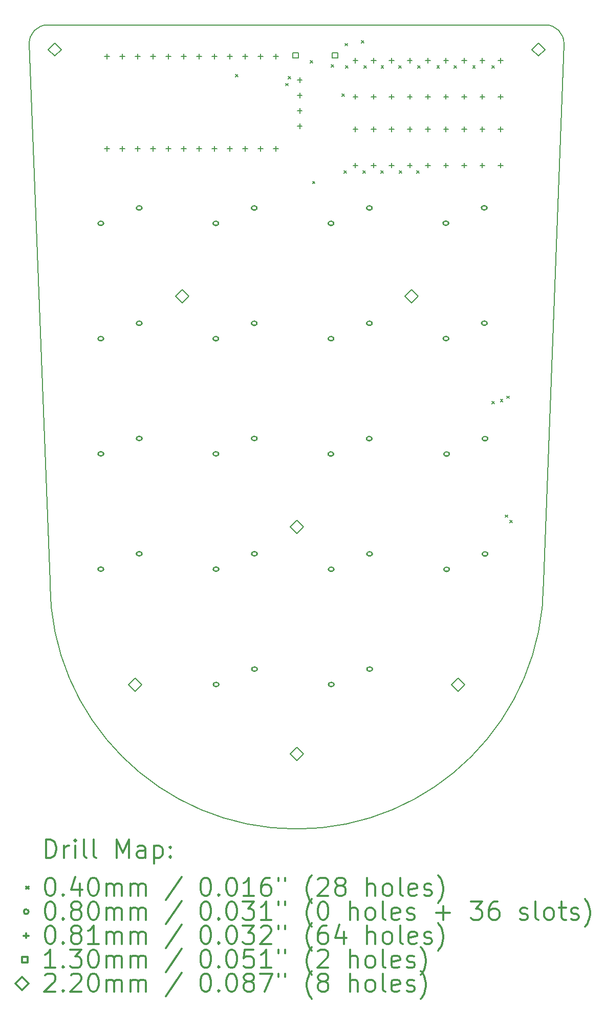
<source format=gbr>
%FSLAX45Y45*%
G04 Gerber Fmt 4.5, Leading zero omitted, Abs format (unit mm)*
G04 Created by KiCad (PCBNEW (5.1.4)-1) date 2022-04-16 10:17:54*
%MOMM*%
%LPD*%
G04 APERTURE LIST*
%ADD10C,0.200000*%
%ADD11C,0.300000*%
G04 APERTURE END LIST*
D10*
X5330000Y-11800000D02*
X4987593Y-2909998D01*
X13530000Y-2599835D02*
G75*
G02X13832500Y-2912500I0J-302665D01*
G01*
X13832500Y-2912500D02*
X13495000Y-11800000D01*
X4987590Y-2909891D02*
G75*
G02X5290000Y-2600000I302410J7391D01*
G01*
X13495000Y-11800000D02*
G75*
G02X5330000Y-11800000I-4082500J0D01*
G01*
X5290000Y-2600000D02*
X13530000Y-2600000D01*
D10*
X8402500Y-3415000D02*
X8442500Y-3455000D01*
X8442500Y-3415000D02*
X8402500Y-3455000D01*
X9229900Y-3565000D02*
X9269900Y-3605000D01*
X9269900Y-3565000D02*
X9229900Y-3605000D01*
X9274901Y-3450003D02*
X9314901Y-3490003D01*
X9314901Y-3450003D02*
X9274901Y-3490003D01*
X9636000Y-3188000D02*
X9676000Y-3228000D01*
X9676000Y-3188000D02*
X9636000Y-3228000D01*
X9674998Y-5182500D02*
X9714998Y-5222500D01*
X9714998Y-5182500D02*
X9674998Y-5222500D01*
X9986000Y-3257000D02*
X10026000Y-3297000D01*
X10026000Y-3257000D02*
X9986000Y-3297000D01*
X10162500Y-3737000D02*
X10202500Y-3777000D01*
X10202500Y-3737000D02*
X10162500Y-3777000D01*
X10197500Y-5007500D02*
X10237500Y-5047500D01*
X10237500Y-5007500D02*
X10197500Y-5047500D01*
X10208765Y-2905000D02*
X10248765Y-2945000D01*
X10248765Y-2905000D02*
X10208765Y-2945000D01*
X10220000Y-3272500D02*
X10260000Y-3312500D01*
X10260000Y-3272500D02*
X10220000Y-3312500D01*
X10480000Y-2859999D02*
X10520000Y-2899999D01*
X10520000Y-2859999D02*
X10480000Y-2899999D01*
X10505000Y-5007500D02*
X10545000Y-5047500D01*
X10545000Y-5007500D02*
X10505000Y-5047500D01*
X10522500Y-3272500D02*
X10562500Y-3312500D01*
X10562500Y-3272500D02*
X10522500Y-3312500D01*
X10802500Y-5007500D02*
X10842500Y-5047500D01*
X10842500Y-5007500D02*
X10802500Y-5047500D01*
X10807500Y-3272500D02*
X10847500Y-3312500D01*
X10847500Y-3272500D02*
X10807500Y-3312500D01*
X11100000Y-3272500D02*
X11140000Y-3312500D01*
X11140000Y-3272500D02*
X11100000Y-3312500D01*
X11107500Y-5007500D02*
X11147500Y-5047500D01*
X11147500Y-5007500D02*
X11107500Y-5047500D01*
X11400000Y-5007500D02*
X11440000Y-5047500D01*
X11440000Y-5007500D02*
X11400000Y-5047500D01*
X11415000Y-3272500D02*
X11455000Y-3312500D01*
X11455000Y-3272500D02*
X11415000Y-3312500D01*
X11732500Y-3272500D02*
X11772500Y-3312500D01*
X11772500Y-3272500D02*
X11732500Y-3312500D01*
X12012500Y-3272500D02*
X12052500Y-3312500D01*
X12052500Y-3272500D02*
X12012500Y-3312500D01*
X12325000Y-3272500D02*
X12365000Y-3312500D01*
X12365000Y-3272500D02*
X12325000Y-3312500D01*
X12640000Y-3272500D02*
X12680000Y-3312500D01*
X12680000Y-3272500D02*
X12640000Y-3312500D01*
X12640074Y-8820002D02*
X12680074Y-8860002D01*
X12680074Y-8820002D02*
X12640074Y-8860002D01*
X12780585Y-8782167D02*
X12820585Y-8822167D01*
X12820585Y-8782167D02*
X12780585Y-8822167D01*
X12859000Y-10695000D02*
X12899000Y-10735000D01*
X12899000Y-10695000D02*
X12859000Y-10735000D01*
X12887501Y-8730000D02*
X12927501Y-8770000D01*
X12927501Y-8730000D02*
X12887501Y-8770000D01*
X12937000Y-10780500D02*
X12977000Y-10820500D01*
X12977000Y-10780500D02*
X12937000Y-10820500D01*
X11931500Y-9688500D02*
G75*
G03X11931500Y-9688500I-40000J0D01*
G01*
X11871500Y-9718500D02*
X11911500Y-9718500D01*
X11871500Y-9658500D02*
X11911500Y-9658500D01*
X11911500Y-9718500D02*
G75*
G03X11911500Y-9658500I0J30000D01*
G01*
X11871500Y-9658500D02*
G75*
G03X11871500Y-9718500I0J-30000D01*
G01*
X12566500Y-9434500D02*
G75*
G03X12566500Y-9434500I-40000J0D01*
G01*
X12506500Y-9464500D02*
X12546500Y-9464500D01*
X12506500Y-9404500D02*
X12546500Y-9404500D01*
X12546500Y-9464500D02*
G75*
G03X12546500Y-9404500I0J30000D01*
G01*
X12506500Y-9404500D02*
G75*
G03X12506500Y-9464500I0J-30000D01*
G01*
X8119000Y-13496000D02*
G75*
G03X8119000Y-13496000I-40000J0D01*
G01*
X8059000Y-13526000D02*
X8099000Y-13526000D01*
X8059000Y-13466000D02*
X8099000Y-13466000D01*
X8099000Y-13526000D02*
G75*
G03X8099000Y-13466000I0J30000D01*
G01*
X8059000Y-13466000D02*
G75*
G03X8059000Y-13526000I0J-30000D01*
G01*
X8754000Y-13242000D02*
G75*
G03X8754000Y-13242000I-40000J0D01*
G01*
X8694000Y-13272000D02*
X8734000Y-13272000D01*
X8694000Y-13212000D02*
X8734000Y-13212000D01*
X8734000Y-13272000D02*
G75*
G03X8734000Y-13212000I0J30000D01*
G01*
X8694000Y-13212000D02*
G75*
G03X8694000Y-13272000I0J-30000D01*
G01*
X11921500Y-7781000D02*
G75*
G03X11921500Y-7781000I-40000J0D01*
G01*
X11861500Y-7811000D02*
X11901500Y-7811000D01*
X11861500Y-7751000D02*
X11901500Y-7751000D01*
X11901500Y-7811000D02*
G75*
G03X11901500Y-7751000I0J30000D01*
G01*
X11861500Y-7751000D02*
G75*
G03X11861500Y-7811000I0J-30000D01*
G01*
X12556500Y-7527000D02*
G75*
G03X12556500Y-7527000I-40000J0D01*
G01*
X12496500Y-7557000D02*
X12536500Y-7557000D01*
X12496500Y-7497000D02*
X12536500Y-7497000D01*
X12536500Y-7557000D02*
G75*
G03X12536500Y-7497000I0J30000D01*
G01*
X12496500Y-7497000D02*
G75*
G03X12496500Y-7557000I0J-30000D01*
G01*
X8114000Y-5878500D02*
G75*
G03X8114000Y-5878500I-40000J0D01*
G01*
X8054000Y-5908500D02*
X8094000Y-5908500D01*
X8054000Y-5848500D02*
X8094000Y-5848500D01*
X8094000Y-5908500D02*
G75*
G03X8094000Y-5848500I0J30000D01*
G01*
X8054000Y-5848500D02*
G75*
G03X8054000Y-5908500I0J-30000D01*
G01*
X8749000Y-5624500D02*
G75*
G03X8749000Y-5624500I-40000J0D01*
G01*
X8689000Y-5654500D02*
X8729000Y-5654500D01*
X8689000Y-5594500D02*
X8729000Y-5594500D01*
X8729000Y-5654500D02*
G75*
G03X8729000Y-5594500I0J30000D01*
G01*
X8689000Y-5594500D02*
G75*
G03X8689000Y-5654500I0J-30000D01*
G01*
X8115000Y-9686000D02*
G75*
G03X8115000Y-9686000I-40000J0D01*
G01*
X8055000Y-9716000D02*
X8095000Y-9716000D01*
X8055000Y-9656000D02*
X8095000Y-9656000D01*
X8095000Y-9716000D02*
G75*
G03X8095000Y-9656000I0J30000D01*
G01*
X8055000Y-9656000D02*
G75*
G03X8055000Y-9716000I0J-30000D01*
G01*
X8750000Y-9432000D02*
G75*
G03X8750000Y-9432000I-40000J0D01*
G01*
X8690000Y-9462000D02*
X8730000Y-9462000D01*
X8690000Y-9402000D02*
X8730000Y-9402000D01*
X8730000Y-9462000D02*
G75*
G03X8730000Y-9402000I0J30000D01*
G01*
X8690000Y-9402000D02*
G75*
G03X8690000Y-9462000I0J-30000D01*
G01*
X11931500Y-11593500D02*
G75*
G03X11931500Y-11593500I-40000J0D01*
G01*
X11871500Y-11623500D02*
X11911500Y-11623500D01*
X11871500Y-11563500D02*
X11911500Y-11563500D01*
X11911500Y-11623500D02*
G75*
G03X11911500Y-11563500I0J30000D01*
G01*
X11871500Y-11563500D02*
G75*
G03X11871500Y-11623500I0J-30000D01*
G01*
X12566500Y-11339500D02*
G75*
G03X12566500Y-11339500I-40000J0D01*
G01*
X12506500Y-11369500D02*
X12546500Y-11369500D01*
X12506500Y-11309500D02*
X12546500Y-11309500D01*
X12546500Y-11369500D02*
G75*
G03X12546500Y-11309500I0J30000D01*
G01*
X12506500Y-11309500D02*
G75*
G03X12506500Y-11369500I0J-30000D01*
G01*
X10024000Y-13496000D02*
G75*
G03X10024000Y-13496000I-40000J0D01*
G01*
X9964000Y-13526000D02*
X10004000Y-13526000D01*
X9964000Y-13466000D02*
X10004000Y-13466000D01*
X10004000Y-13526000D02*
G75*
G03X10004000Y-13466000I0J30000D01*
G01*
X9964000Y-13466000D02*
G75*
G03X9964000Y-13526000I0J-30000D01*
G01*
X10659000Y-13242000D02*
G75*
G03X10659000Y-13242000I-40000J0D01*
G01*
X10599000Y-13272000D02*
X10639000Y-13272000D01*
X10599000Y-13212000D02*
X10639000Y-13212000D01*
X10639000Y-13272000D02*
G75*
G03X10639000Y-13212000I0J30000D01*
G01*
X10599000Y-13212000D02*
G75*
G03X10599000Y-13272000I0J-30000D01*
G01*
X6211500Y-7783000D02*
G75*
G03X6211500Y-7783000I-40000J0D01*
G01*
X6151500Y-7813000D02*
X6191500Y-7813000D01*
X6151500Y-7753000D02*
X6191500Y-7753000D01*
X6191500Y-7813000D02*
G75*
G03X6191500Y-7753000I0J30000D01*
G01*
X6151500Y-7753000D02*
G75*
G03X6151500Y-7813000I0J-30000D01*
G01*
X6846500Y-7529000D02*
G75*
G03X6846500Y-7529000I-40000J0D01*
G01*
X6786500Y-7559000D02*
X6826500Y-7559000D01*
X6786500Y-7499000D02*
X6826500Y-7499000D01*
X6826500Y-7559000D02*
G75*
G03X6826500Y-7499000I0J30000D01*
G01*
X6786500Y-7499000D02*
G75*
G03X6786500Y-7559000I0J-30000D01*
G01*
X10022000Y-11593000D02*
G75*
G03X10022000Y-11593000I-40000J0D01*
G01*
X9962000Y-11623000D02*
X10002000Y-11623000D01*
X9962000Y-11563000D02*
X10002000Y-11563000D01*
X10002000Y-11623000D02*
G75*
G03X10002000Y-11563000I0J30000D01*
G01*
X9962000Y-11563000D02*
G75*
G03X9962000Y-11623000I0J-30000D01*
G01*
X10657000Y-11339000D02*
G75*
G03X10657000Y-11339000I-40000J0D01*
G01*
X10597000Y-11369000D02*
X10637000Y-11369000D01*
X10597000Y-11309000D02*
X10637000Y-11309000D01*
X10637000Y-11369000D02*
G75*
G03X10637000Y-11309000I0J30000D01*
G01*
X10597000Y-11309000D02*
G75*
G03X10597000Y-11369000I0J-30000D01*
G01*
X10019000Y-5878500D02*
G75*
G03X10019000Y-5878500I-40000J0D01*
G01*
X9959000Y-5908500D02*
X9999000Y-5908500D01*
X9959000Y-5848500D02*
X9999000Y-5848500D01*
X9999000Y-5908500D02*
G75*
G03X9999000Y-5848500I0J30000D01*
G01*
X9959000Y-5848500D02*
G75*
G03X9959000Y-5908500I0J-30000D01*
G01*
X10654000Y-5624500D02*
G75*
G03X10654000Y-5624500I-40000J0D01*
G01*
X10594000Y-5654500D02*
X10634000Y-5654500D01*
X10594000Y-5594500D02*
X10634000Y-5594500D01*
X10634000Y-5654500D02*
G75*
G03X10634000Y-5594500I0J30000D01*
G01*
X10594000Y-5594500D02*
G75*
G03X10594000Y-5654500I0J-30000D01*
G01*
X6212000Y-9686000D02*
G75*
G03X6212000Y-9686000I-40000J0D01*
G01*
X6152000Y-9716000D02*
X6192000Y-9716000D01*
X6152000Y-9656000D02*
X6192000Y-9656000D01*
X6192000Y-9716000D02*
G75*
G03X6192000Y-9656000I0J30000D01*
G01*
X6152000Y-9656000D02*
G75*
G03X6152000Y-9716000I0J-30000D01*
G01*
X6847000Y-9432000D02*
G75*
G03X6847000Y-9432000I-40000J0D01*
G01*
X6787000Y-9462000D02*
X6827000Y-9462000D01*
X6787000Y-9402000D02*
X6827000Y-9402000D01*
X6827000Y-9462000D02*
G75*
G03X6827000Y-9402000I0J30000D01*
G01*
X6787000Y-9402000D02*
G75*
G03X6787000Y-9462000I0J-30000D01*
G01*
X8117000Y-11591000D02*
G75*
G03X8117000Y-11591000I-40000J0D01*
G01*
X8057000Y-11621000D02*
X8097000Y-11621000D01*
X8057000Y-11561000D02*
X8097000Y-11561000D01*
X8097000Y-11621000D02*
G75*
G03X8097000Y-11561000I0J30000D01*
G01*
X8057000Y-11561000D02*
G75*
G03X8057000Y-11621000I0J-30000D01*
G01*
X8752000Y-11337000D02*
G75*
G03X8752000Y-11337000I-40000J0D01*
G01*
X8692000Y-11367000D02*
X8732000Y-11367000D01*
X8692000Y-11307000D02*
X8732000Y-11307000D01*
X8732000Y-11367000D02*
G75*
G03X8732000Y-11307000I0J30000D01*
G01*
X8692000Y-11307000D02*
G75*
G03X8692000Y-11367000I0J-30000D01*
G01*
X10019000Y-7782900D02*
G75*
G03X10019000Y-7782900I-40000J0D01*
G01*
X9959000Y-7812900D02*
X9999000Y-7812900D01*
X9959000Y-7752900D02*
X9999000Y-7752900D01*
X9999000Y-7812900D02*
G75*
G03X9999000Y-7752900I0J30000D01*
G01*
X9959000Y-7752900D02*
G75*
G03X9959000Y-7812900I0J-30000D01*
G01*
X10654000Y-7528900D02*
G75*
G03X10654000Y-7528900I-40000J0D01*
G01*
X10594000Y-7558900D02*
X10634000Y-7558900D01*
X10594000Y-7498900D02*
X10634000Y-7498900D01*
X10634000Y-7558900D02*
G75*
G03X10634000Y-7498900I0J30000D01*
G01*
X10594000Y-7498900D02*
G75*
G03X10594000Y-7558900I0J-30000D01*
G01*
X6211500Y-5878500D02*
G75*
G03X6211500Y-5878500I-40000J0D01*
G01*
X6151500Y-5908500D02*
X6191500Y-5908500D01*
X6151500Y-5848500D02*
X6191500Y-5848500D01*
X6191500Y-5908500D02*
G75*
G03X6191500Y-5848500I0J30000D01*
G01*
X6151500Y-5848500D02*
G75*
G03X6151500Y-5908500I0J-30000D01*
G01*
X6846500Y-5624500D02*
G75*
G03X6846500Y-5624500I-40000J0D01*
G01*
X6786500Y-5654500D02*
X6826500Y-5654500D01*
X6786500Y-5594500D02*
X6826500Y-5594500D01*
X6826500Y-5654500D02*
G75*
G03X6826500Y-5594500I0J30000D01*
G01*
X6786500Y-5594500D02*
G75*
G03X6786500Y-5654500I0J-30000D01*
G01*
X10016500Y-9688500D02*
G75*
G03X10016500Y-9688500I-40000J0D01*
G01*
X9956500Y-9718500D02*
X9996500Y-9718500D01*
X9956500Y-9658500D02*
X9996500Y-9658500D01*
X9996500Y-9718500D02*
G75*
G03X9996500Y-9658500I0J30000D01*
G01*
X9956500Y-9658500D02*
G75*
G03X9956500Y-9718500I0J-30000D01*
G01*
X10651500Y-9434500D02*
G75*
G03X10651500Y-9434500I-40000J0D01*
G01*
X10591500Y-9464500D02*
X10631500Y-9464500D01*
X10591500Y-9404500D02*
X10631500Y-9404500D01*
X10631500Y-9464500D02*
G75*
G03X10631500Y-9404500I0J30000D01*
G01*
X10591500Y-9404500D02*
G75*
G03X10591500Y-9464500I0J-30000D01*
G01*
X6211500Y-11591000D02*
G75*
G03X6211500Y-11591000I-40000J0D01*
G01*
X6151500Y-11621000D02*
X6191500Y-11621000D01*
X6151500Y-11561000D02*
X6191500Y-11561000D01*
X6191500Y-11621000D02*
G75*
G03X6191500Y-11561000I0J30000D01*
G01*
X6151500Y-11561000D02*
G75*
G03X6151500Y-11621000I0J-30000D01*
G01*
X6846500Y-11337000D02*
G75*
G03X6846500Y-11337000I-40000J0D01*
G01*
X6786500Y-11367000D02*
X6826500Y-11367000D01*
X6786500Y-11307000D02*
X6826500Y-11307000D01*
X6826500Y-11367000D02*
G75*
G03X6826500Y-11307000I0J30000D01*
G01*
X6786500Y-11307000D02*
G75*
G03X6786500Y-11367000I0J-30000D01*
G01*
X8114000Y-7783000D02*
G75*
G03X8114000Y-7783000I-40000J0D01*
G01*
X8054000Y-7813000D02*
X8094000Y-7813000D01*
X8054000Y-7753000D02*
X8094000Y-7753000D01*
X8094000Y-7813000D02*
G75*
G03X8094000Y-7753000I0J30000D01*
G01*
X8054000Y-7753000D02*
G75*
G03X8054000Y-7813000I0J-30000D01*
G01*
X8749000Y-7529000D02*
G75*
G03X8749000Y-7529000I-40000J0D01*
G01*
X8689000Y-7559000D02*
X8729000Y-7559000D01*
X8689000Y-7499000D02*
X8729000Y-7499000D01*
X8729000Y-7559000D02*
G75*
G03X8729000Y-7499000I0J30000D01*
G01*
X8689000Y-7499000D02*
G75*
G03X8689000Y-7559000I0J-30000D01*
G01*
X11919000Y-5874000D02*
G75*
G03X11919000Y-5874000I-40000J0D01*
G01*
X11859000Y-5904000D02*
X11899000Y-5904000D01*
X11859000Y-5844000D02*
X11899000Y-5844000D01*
X11899000Y-5904000D02*
G75*
G03X11899000Y-5844000I0J30000D01*
G01*
X11859000Y-5844000D02*
G75*
G03X11859000Y-5904000I0J-30000D01*
G01*
X12554000Y-5620000D02*
G75*
G03X12554000Y-5620000I-40000J0D01*
G01*
X12494000Y-5650000D02*
X12534000Y-5650000D01*
X12494000Y-5590000D02*
X12534000Y-5590000D01*
X12534000Y-5650000D02*
G75*
G03X12534000Y-5590000I0J30000D01*
G01*
X12494000Y-5590000D02*
G75*
G03X12494000Y-5650000I0J-30000D01*
G01*
X11582500Y-4279360D02*
X11582500Y-4360640D01*
X11541860Y-4320000D02*
X11623140Y-4320000D01*
X11582500Y-4879360D02*
X11582500Y-4960640D01*
X11541860Y-4920000D02*
X11623140Y-4920000D01*
X12482500Y-4279360D02*
X12482500Y-4360640D01*
X12441860Y-4320000D02*
X12523140Y-4320000D01*
X12482500Y-4879360D02*
X12482500Y-4960640D01*
X12441860Y-4920000D02*
X12523140Y-4920000D01*
X10382500Y-4279360D02*
X10382500Y-4360640D01*
X10341860Y-4320000D02*
X10423140Y-4320000D01*
X10382500Y-4879360D02*
X10382500Y-4960640D01*
X10341860Y-4920000D02*
X10423140Y-4920000D01*
X12182500Y-4279360D02*
X12182500Y-4360640D01*
X12141860Y-4320000D02*
X12223140Y-4320000D01*
X12182500Y-4879360D02*
X12182500Y-4960640D01*
X12141860Y-4920000D02*
X12223140Y-4920000D01*
X11882500Y-3144360D02*
X11882500Y-3225640D01*
X11841860Y-3185000D02*
X11923140Y-3185000D01*
X11882500Y-3744360D02*
X11882500Y-3825640D01*
X11841860Y-3785000D02*
X11923140Y-3785000D01*
X10982500Y-3144360D02*
X10982500Y-3225640D01*
X10941860Y-3185000D02*
X11023140Y-3185000D01*
X10982500Y-3744360D02*
X10982500Y-3825640D01*
X10941860Y-3785000D02*
X11023140Y-3785000D01*
X12182500Y-3144360D02*
X12182500Y-3225640D01*
X12141860Y-3185000D02*
X12223140Y-3185000D01*
X12182500Y-3744360D02*
X12182500Y-3825640D01*
X12141860Y-3785000D02*
X12223140Y-3785000D01*
X12782500Y-3144360D02*
X12782500Y-3225640D01*
X12741860Y-3185000D02*
X12823140Y-3185000D01*
X12782500Y-3744360D02*
X12782500Y-3825640D01*
X12741860Y-3785000D02*
X12823140Y-3785000D01*
X10382500Y-3144360D02*
X10382500Y-3225640D01*
X10341860Y-3185000D02*
X10423140Y-3185000D01*
X10382500Y-3744360D02*
X10382500Y-3825640D01*
X10341860Y-3785000D02*
X10423140Y-3785000D01*
X10982500Y-4279360D02*
X10982500Y-4360640D01*
X10941860Y-4320000D02*
X11023140Y-4320000D01*
X10982500Y-4879360D02*
X10982500Y-4960640D01*
X10941860Y-4920000D02*
X11023140Y-4920000D01*
X9462500Y-3467360D02*
X9462500Y-3548640D01*
X9421860Y-3508000D02*
X9503140Y-3508000D01*
X9462500Y-3721360D02*
X9462500Y-3802640D01*
X9421860Y-3762000D02*
X9503140Y-3762000D01*
X9462500Y-3975360D02*
X9462500Y-4056640D01*
X9421860Y-4016000D02*
X9503140Y-4016000D01*
X9462500Y-4229360D02*
X9462500Y-4310640D01*
X9421860Y-4270000D02*
X9503140Y-4270000D01*
X11282500Y-3144360D02*
X11282500Y-3225640D01*
X11241860Y-3185000D02*
X11323140Y-3185000D01*
X11282500Y-3744360D02*
X11282500Y-3825640D01*
X11241860Y-3785000D02*
X11323140Y-3785000D01*
X10682500Y-3144360D02*
X10682500Y-3225640D01*
X10641860Y-3185000D02*
X10723140Y-3185000D01*
X10682500Y-3744360D02*
X10682500Y-3825640D01*
X10641860Y-3785000D02*
X10723140Y-3785000D01*
X11882500Y-4279360D02*
X11882500Y-4360640D01*
X11841860Y-4320000D02*
X11923140Y-4320000D01*
X11882500Y-4879360D02*
X11882500Y-4960640D01*
X11841860Y-4920000D02*
X11923140Y-4920000D01*
X6274700Y-3080720D02*
X6274700Y-3162000D01*
X6234060Y-3121360D02*
X6315340Y-3121360D01*
X6274700Y-4602720D02*
X6274700Y-4684000D01*
X6234060Y-4643360D02*
X6315340Y-4643360D01*
X6528700Y-3080720D02*
X6528700Y-3162000D01*
X6488060Y-3121360D02*
X6569340Y-3121360D01*
X6528700Y-4602720D02*
X6528700Y-4684000D01*
X6488060Y-4643360D02*
X6569340Y-4643360D01*
X6782700Y-3080720D02*
X6782700Y-3162000D01*
X6742060Y-3121360D02*
X6823340Y-3121360D01*
X6782700Y-4602720D02*
X6782700Y-4684000D01*
X6742060Y-4643360D02*
X6823340Y-4643360D01*
X7036700Y-3080720D02*
X7036700Y-3162000D01*
X6996060Y-3121360D02*
X7077340Y-3121360D01*
X7036700Y-4602720D02*
X7036700Y-4684000D01*
X6996060Y-4643360D02*
X7077340Y-4643360D01*
X7290700Y-3080720D02*
X7290700Y-3162000D01*
X7250060Y-3121360D02*
X7331340Y-3121360D01*
X7290700Y-4602720D02*
X7290700Y-4684000D01*
X7250060Y-4643360D02*
X7331340Y-4643360D01*
X7544700Y-3080720D02*
X7544700Y-3162000D01*
X7504060Y-3121360D02*
X7585340Y-3121360D01*
X7544700Y-4602720D02*
X7544700Y-4684000D01*
X7504060Y-4643360D02*
X7585340Y-4643360D01*
X7798700Y-3080720D02*
X7798700Y-3162000D01*
X7758060Y-3121360D02*
X7839340Y-3121360D01*
X7798700Y-4602720D02*
X7798700Y-4684000D01*
X7758060Y-4643360D02*
X7839340Y-4643360D01*
X8052700Y-3080720D02*
X8052700Y-3162000D01*
X8012060Y-3121360D02*
X8093340Y-3121360D01*
X8052700Y-4602720D02*
X8052700Y-4684000D01*
X8012060Y-4643360D02*
X8093340Y-4643360D01*
X8306700Y-3080720D02*
X8306700Y-3162000D01*
X8266060Y-3121360D02*
X8347340Y-3121360D01*
X8306700Y-4602720D02*
X8306700Y-4684000D01*
X8266060Y-4643360D02*
X8347340Y-4643360D01*
X8560700Y-3080720D02*
X8560700Y-3162000D01*
X8520060Y-3121360D02*
X8601340Y-3121360D01*
X8560700Y-4602720D02*
X8560700Y-4684000D01*
X8520060Y-4643360D02*
X8601340Y-4643360D01*
X8814700Y-3080720D02*
X8814700Y-3162000D01*
X8774060Y-3121360D02*
X8855340Y-3121360D01*
X8814700Y-4602720D02*
X8814700Y-4684000D01*
X8774060Y-4643360D02*
X8855340Y-4643360D01*
X9068700Y-3080720D02*
X9068700Y-3162000D01*
X9028060Y-3121360D02*
X9109340Y-3121360D01*
X9068700Y-4602720D02*
X9068700Y-4684000D01*
X9028060Y-4643360D02*
X9109340Y-4643360D01*
X11282500Y-4279360D02*
X11282500Y-4360640D01*
X11241860Y-4320000D02*
X11323140Y-4320000D01*
X11282500Y-4879360D02*
X11282500Y-4960640D01*
X11241860Y-4920000D02*
X11323140Y-4920000D01*
X10682500Y-4279360D02*
X10682500Y-4360640D01*
X10641860Y-4320000D02*
X10723140Y-4320000D01*
X10682500Y-4879360D02*
X10682500Y-4960640D01*
X10641860Y-4920000D02*
X10723140Y-4920000D01*
X12782500Y-4279360D02*
X12782500Y-4360640D01*
X12741860Y-4320000D02*
X12823140Y-4320000D01*
X12782500Y-4879360D02*
X12782500Y-4960640D01*
X12741860Y-4920000D02*
X12823140Y-4920000D01*
X11582500Y-3144360D02*
X11582500Y-3225640D01*
X11541860Y-3185000D02*
X11623140Y-3185000D01*
X11582500Y-3744360D02*
X11582500Y-3825640D01*
X11541860Y-3785000D02*
X11623140Y-3785000D01*
X12482500Y-3144360D02*
X12482500Y-3225640D01*
X12441860Y-3185000D02*
X12523140Y-3185000D01*
X12482500Y-3744360D02*
X12482500Y-3825640D01*
X12441860Y-3785000D02*
X12523140Y-3785000D01*
X9439962Y-3147962D02*
X9439962Y-3056038D01*
X9348038Y-3056038D01*
X9348038Y-3147962D01*
X9439962Y-3147962D01*
X10089962Y-3147962D02*
X10089962Y-3056038D01*
X9998038Y-3056038D01*
X9998038Y-3147962D01*
X10089962Y-3147962D01*
X5406000Y-3115000D02*
X5516000Y-3005000D01*
X5406000Y-2895000D01*
X5296000Y-3005000D01*
X5406000Y-3115000D01*
X9413000Y-14749000D02*
X9523000Y-14639000D01*
X9413000Y-14529000D01*
X9303000Y-14639000D01*
X9413000Y-14749000D01*
X13414000Y-3115000D02*
X13524000Y-3005000D01*
X13414000Y-2895000D01*
X13304000Y-3005000D01*
X13414000Y-3115000D01*
X12085000Y-13610000D02*
X12195000Y-13500000D01*
X12085000Y-13390000D01*
X11975000Y-13500000D01*
X12085000Y-13610000D01*
X6741000Y-13610000D02*
X6851000Y-13500000D01*
X6741000Y-13390000D01*
X6631000Y-13500000D01*
X6741000Y-13610000D01*
X11308000Y-7193000D02*
X11418000Y-7083000D01*
X11308000Y-6973000D01*
X11198000Y-7083000D01*
X11308000Y-7193000D01*
X9413000Y-11005000D02*
X9523000Y-10895000D01*
X9413000Y-10785000D01*
X9303000Y-10895000D01*
X9413000Y-11005000D01*
X7514000Y-7194000D02*
X7624000Y-7084000D01*
X7514000Y-6974000D01*
X7404000Y-7084000D01*
X7514000Y-7194000D01*
D11*
X5263928Y-16358214D02*
X5263928Y-16058214D01*
X5335357Y-16058214D01*
X5378214Y-16072500D01*
X5406786Y-16101071D01*
X5421071Y-16129643D01*
X5435357Y-16186786D01*
X5435357Y-16229643D01*
X5421071Y-16286786D01*
X5406786Y-16315357D01*
X5378214Y-16343929D01*
X5335357Y-16358214D01*
X5263928Y-16358214D01*
X5563928Y-16358214D02*
X5563928Y-16158214D01*
X5563928Y-16215357D02*
X5578214Y-16186786D01*
X5592500Y-16172500D01*
X5621071Y-16158214D01*
X5649643Y-16158214D01*
X5749643Y-16358214D02*
X5749643Y-16158214D01*
X5749643Y-16058214D02*
X5735357Y-16072500D01*
X5749643Y-16086786D01*
X5763928Y-16072500D01*
X5749643Y-16058214D01*
X5749643Y-16086786D01*
X5935357Y-16358214D02*
X5906786Y-16343929D01*
X5892500Y-16315357D01*
X5892500Y-16058214D01*
X6092500Y-16358214D02*
X6063928Y-16343929D01*
X6049643Y-16315357D01*
X6049643Y-16058214D01*
X6435357Y-16358214D02*
X6435357Y-16058214D01*
X6535357Y-16272500D01*
X6635357Y-16058214D01*
X6635357Y-16358214D01*
X6906786Y-16358214D02*
X6906786Y-16201071D01*
X6892500Y-16172500D01*
X6863928Y-16158214D01*
X6806786Y-16158214D01*
X6778214Y-16172500D01*
X6906786Y-16343929D02*
X6878214Y-16358214D01*
X6806786Y-16358214D01*
X6778214Y-16343929D01*
X6763928Y-16315357D01*
X6763928Y-16286786D01*
X6778214Y-16258214D01*
X6806786Y-16243929D01*
X6878214Y-16243929D01*
X6906786Y-16229643D01*
X7049643Y-16158214D02*
X7049643Y-16458214D01*
X7049643Y-16172500D02*
X7078214Y-16158214D01*
X7135357Y-16158214D01*
X7163928Y-16172500D01*
X7178214Y-16186786D01*
X7192500Y-16215357D01*
X7192500Y-16301071D01*
X7178214Y-16329643D01*
X7163928Y-16343929D01*
X7135357Y-16358214D01*
X7078214Y-16358214D01*
X7049643Y-16343929D01*
X7321071Y-16329643D02*
X7335357Y-16343929D01*
X7321071Y-16358214D01*
X7306786Y-16343929D01*
X7321071Y-16329643D01*
X7321071Y-16358214D01*
X7321071Y-16172500D02*
X7335357Y-16186786D01*
X7321071Y-16201071D01*
X7306786Y-16186786D01*
X7321071Y-16172500D01*
X7321071Y-16201071D01*
X4937500Y-16832500D02*
X4977500Y-16872500D01*
X4977500Y-16832500D02*
X4937500Y-16872500D01*
X5321071Y-16688214D02*
X5349643Y-16688214D01*
X5378214Y-16702500D01*
X5392500Y-16716786D01*
X5406786Y-16745357D01*
X5421071Y-16802500D01*
X5421071Y-16873929D01*
X5406786Y-16931072D01*
X5392500Y-16959643D01*
X5378214Y-16973929D01*
X5349643Y-16988214D01*
X5321071Y-16988214D01*
X5292500Y-16973929D01*
X5278214Y-16959643D01*
X5263928Y-16931072D01*
X5249643Y-16873929D01*
X5249643Y-16802500D01*
X5263928Y-16745357D01*
X5278214Y-16716786D01*
X5292500Y-16702500D01*
X5321071Y-16688214D01*
X5549643Y-16959643D02*
X5563928Y-16973929D01*
X5549643Y-16988214D01*
X5535357Y-16973929D01*
X5549643Y-16959643D01*
X5549643Y-16988214D01*
X5821071Y-16788214D02*
X5821071Y-16988214D01*
X5749643Y-16673929D02*
X5678214Y-16888214D01*
X5863928Y-16888214D01*
X6035357Y-16688214D02*
X6063928Y-16688214D01*
X6092500Y-16702500D01*
X6106786Y-16716786D01*
X6121071Y-16745357D01*
X6135357Y-16802500D01*
X6135357Y-16873929D01*
X6121071Y-16931072D01*
X6106786Y-16959643D01*
X6092500Y-16973929D01*
X6063928Y-16988214D01*
X6035357Y-16988214D01*
X6006786Y-16973929D01*
X5992500Y-16959643D01*
X5978214Y-16931072D01*
X5963928Y-16873929D01*
X5963928Y-16802500D01*
X5978214Y-16745357D01*
X5992500Y-16716786D01*
X6006786Y-16702500D01*
X6035357Y-16688214D01*
X6263928Y-16988214D02*
X6263928Y-16788214D01*
X6263928Y-16816786D02*
X6278214Y-16802500D01*
X6306786Y-16788214D01*
X6349643Y-16788214D01*
X6378214Y-16802500D01*
X6392500Y-16831072D01*
X6392500Y-16988214D01*
X6392500Y-16831072D02*
X6406786Y-16802500D01*
X6435357Y-16788214D01*
X6478214Y-16788214D01*
X6506786Y-16802500D01*
X6521071Y-16831072D01*
X6521071Y-16988214D01*
X6663928Y-16988214D02*
X6663928Y-16788214D01*
X6663928Y-16816786D02*
X6678214Y-16802500D01*
X6706786Y-16788214D01*
X6749643Y-16788214D01*
X6778214Y-16802500D01*
X6792500Y-16831072D01*
X6792500Y-16988214D01*
X6792500Y-16831072D02*
X6806786Y-16802500D01*
X6835357Y-16788214D01*
X6878214Y-16788214D01*
X6906786Y-16802500D01*
X6921071Y-16831072D01*
X6921071Y-16988214D01*
X7506786Y-16673929D02*
X7249643Y-17059643D01*
X7892500Y-16688214D02*
X7921071Y-16688214D01*
X7949643Y-16702500D01*
X7963928Y-16716786D01*
X7978214Y-16745357D01*
X7992500Y-16802500D01*
X7992500Y-16873929D01*
X7978214Y-16931072D01*
X7963928Y-16959643D01*
X7949643Y-16973929D01*
X7921071Y-16988214D01*
X7892500Y-16988214D01*
X7863928Y-16973929D01*
X7849643Y-16959643D01*
X7835357Y-16931072D01*
X7821071Y-16873929D01*
X7821071Y-16802500D01*
X7835357Y-16745357D01*
X7849643Y-16716786D01*
X7863928Y-16702500D01*
X7892500Y-16688214D01*
X8121071Y-16959643D02*
X8135357Y-16973929D01*
X8121071Y-16988214D01*
X8106786Y-16973929D01*
X8121071Y-16959643D01*
X8121071Y-16988214D01*
X8321071Y-16688214D02*
X8349643Y-16688214D01*
X8378214Y-16702500D01*
X8392500Y-16716786D01*
X8406786Y-16745357D01*
X8421071Y-16802500D01*
X8421071Y-16873929D01*
X8406786Y-16931072D01*
X8392500Y-16959643D01*
X8378214Y-16973929D01*
X8349643Y-16988214D01*
X8321071Y-16988214D01*
X8292500Y-16973929D01*
X8278214Y-16959643D01*
X8263928Y-16931072D01*
X8249643Y-16873929D01*
X8249643Y-16802500D01*
X8263928Y-16745357D01*
X8278214Y-16716786D01*
X8292500Y-16702500D01*
X8321071Y-16688214D01*
X8706786Y-16988214D02*
X8535357Y-16988214D01*
X8621071Y-16988214D02*
X8621071Y-16688214D01*
X8592500Y-16731071D01*
X8563928Y-16759643D01*
X8535357Y-16773929D01*
X8963928Y-16688214D02*
X8906786Y-16688214D01*
X8878214Y-16702500D01*
X8863928Y-16716786D01*
X8835357Y-16759643D01*
X8821071Y-16816786D01*
X8821071Y-16931072D01*
X8835357Y-16959643D01*
X8849643Y-16973929D01*
X8878214Y-16988214D01*
X8935357Y-16988214D01*
X8963928Y-16973929D01*
X8978214Y-16959643D01*
X8992500Y-16931072D01*
X8992500Y-16859643D01*
X8978214Y-16831072D01*
X8963928Y-16816786D01*
X8935357Y-16802500D01*
X8878214Y-16802500D01*
X8849643Y-16816786D01*
X8835357Y-16831072D01*
X8821071Y-16859643D01*
X9106786Y-16688214D02*
X9106786Y-16745357D01*
X9221071Y-16688214D02*
X9221071Y-16745357D01*
X9663928Y-17102500D02*
X9649643Y-17088214D01*
X9621071Y-17045357D01*
X9606786Y-17016786D01*
X9592500Y-16973929D01*
X9578214Y-16902500D01*
X9578214Y-16845357D01*
X9592500Y-16773929D01*
X9606786Y-16731071D01*
X9621071Y-16702500D01*
X9649643Y-16659643D01*
X9663928Y-16645357D01*
X9763928Y-16716786D02*
X9778214Y-16702500D01*
X9806786Y-16688214D01*
X9878214Y-16688214D01*
X9906786Y-16702500D01*
X9921071Y-16716786D01*
X9935357Y-16745357D01*
X9935357Y-16773929D01*
X9921071Y-16816786D01*
X9749643Y-16988214D01*
X9935357Y-16988214D01*
X10106786Y-16816786D02*
X10078214Y-16802500D01*
X10063928Y-16788214D01*
X10049643Y-16759643D01*
X10049643Y-16745357D01*
X10063928Y-16716786D01*
X10078214Y-16702500D01*
X10106786Y-16688214D01*
X10163928Y-16688214D01*
X10192500Y-16702500D01*
X10206786Y-16716786D01*
X10221071Y-16745357D01*
X10221071Y-16759643D01*
X10206786Y-16788214D01*
X10192500Y-16802500D01*
X10163928Y-16816786D01*
X10106786Y-16816786D01*
X10078214Y-16831072D01*
X10063928Y-16845357D01*
X10049643Y-16873929D01*
X10049643Y-16931072D01*
X10063928Y-16959643D01*
X10078214Y-16973929D01*
X10106786Y-16988214D01*
X10163928Y-16988214D01*
X10192500Y-16973929D01*
X10206786Y-16959643D01*
X10221071Y-16931072D01*
X10221071Y-16873929D01*
X10206786Y-16845357D01*
X10192500Y-16831072D01*
X10163928Y-16816786D01*
X10578214Y-16988214D02*
X10578214Y-16688214D01*
X10706786Y-16988214D02*
X10706786Y-16831072D01*
X10692500Y-16802500D01*
X10663928Y-16788214D01*
X10621071Y-16788214D01*
X10592500Y-16802500D01*
X10578214Y-16816786D01*
X10892500Y-16988214D02*
X10863928Y-16973929D01*
X10849643Y-16959643D01*
X10835357Y-16931072D01*
X10835357Y-16845357D01*
X10849643Y-16816786D01*
X10863928Y-16802500D01*
X10892500Y-16788214D01*
X10935357Y-16788214D01*
X10963928Y-16802500D01*
X10978214Y-16816786D01*
X10992500Y-16845357D01*
X10992500Y-16931072D01*
X10978214Y-16959643D01*
X10963928Y-16973929D01*
X10935357Y-16988214D01*
X10892500Y-16988214D01*
X11163928Y-16988214D02*
X11135357Y-16973929D01*
X11121071Y-16945357D01*
X11121071Y-16688214D01*
X11392500Y-16973929D02*
X11363928Y-16988214D01*
X11306786Y-16988214D01*
X11278214Y-16973929D01*
X11263928Y-16945357D01*
X11263928Y-16831072D01*
X11278214Y-16802500D01*
X11306786Y-16788214D01*
X11363928Y-16788214D01*
X11392500Y-16802500D01*
X11406786Y-16831072D01*
X11406786Y-16859643D01*
X11263928Y-16888214D01*
X11521071Y-16973929D02*
X11549643Y-16988214D01*
X11606786Y-16988214D01*
X11635357Y-16973929D01*
X11649643Y-16945357D01*
X11649643Y-16931072D01*
X11635357Y-16902500D01*
X11606786Y-16888214D01*
X11563928Y-16888214D01*
X11535357Y-16873929D01*
X11521071Y-16845357D01*
X11521071Y-16831072D01*
X11535357Y-16802500D01*
X11563928Y-16788214D01*
X11606786Y-16788214D01*
X11635357Y-16802500D01*
X11749643Y-17102500D02*
X11763928Y-17088214D01*
X11792500Y-17045357D01*
X11806786Y-17016786D01*
X11821071Y-16973929D01*
X11835357Y-16902500D01*
X11835357Y-16845357D01*
X11821071Y-16773929D01*
X11806786Y-16731071D01*
X11792500Y-16702500D01*
X11763928Y-16659643D01*
X11749643Y-16645357D01*
X4977500Y-17248500D02*
G75*
G03X4977500Y-17248500I-40000J0D01*
G01*
X5321071Y-17084214D02*
X5349643Y-17084214D01*
X5378214Y-17098500D01*
X5392500Y-17112786D01*
X5406786Y-17141357D01*
X5421071Y-17198500D01*
X5421071Y-17269929D01*
X5406786Y-17327072D01*
X5392500Y-17355643D01*
X5378214Y-17369929D01*
X5349643Y-17384214D01*
X5321071Y-17384214D01*
X5292500Y-17369929D01*
X5278214Y-17355643D01*
X5263928Y-17327072D01*
X5249643Y-17269929D01*
X5249643Y-17198500D01*
X5263928Y-17141357D01*
X5278214Y-17112786D01*
X5292500Y-17098500D01*
X5321071Y-17084214D01*
X5549643Y-17355643D02*
X5563928Y-17369929D01*
X5549643Y-17384214D01*
X5535357Y-17369929D01*
X5549643Y-17355643D01*
X5549643Y-17384214D01*
X5735357Y-17212786D02*
X5706786Y-17198500D01*
X5692500Y-17184214D01*
X5678214Y-17155643D01*
X5678214Y-17141357D01*
X5692500Y-17112786D01*
X5706786Y-17098500D01*
X5735357Y-17084214D01*
X5792500Y-17084214D01*
X5821071Y-17098500D01*
X5835357Y-17112786D01*
X5849643Y-17141357D01*
X5849643Y-17155643D01*
X5835357Y-17184214D01*
X5821071Y-17198500D01*
X5792500Y-17212786D01*
X5735357Y-17212786D01*
X5706786Y-17227072D01*
X5692500Y-17241357D01*
X5678214Y-17269929D01*
X5678214Y-17327072D01*
X5692500Y-17355643D01*
X5706786Y-17369929D01*
X5735357Y-17384214D01*
X5792500Y-17384214D01*
X5821071Y-17369929D01*
X5835357Y-17355643D01*
X5849643Y-17327072D01*
X5849643Y-17269929D01*
X5835357Y-17241357D01*
X5821071Y-17227072D01*
X5792500Y-17212786D01*
X6035357Y-17084214D02*
X6063928Y-17084214D01*
X6092500Y-17098500D01*
X6106786Y-17112786D01*
X6121071Y-17141357D01*
X6135357Y-17198500D01*
X6135357Y-17269929D01*
X6121071Y-17327072D01*
X6106786Y-17355643D01*
X6092500Y-17369929D01*
X6063928Y-17384214D01*
X6035357Y-17384214D01*
X6006786Y-17369929D01*
X5992500Y-17355643D01*
X5978214Y-17327072D01*
X5963928Y-17269929D01*
X5963928Y-17198500D01*
X5978214Y-17141357D01*
X5992500Y-17112786D01*
X6006786Y-17098500D01*
X6035357Y-17084214D01*
X6263928Y-17384214D02*
X6263928Y-17184214D01*
X6263928Y-17212786D02*
X6278214Y-17198500D01*
X6306786Y-17184214D01*
X6349643Y-17184214D01*
X6378214Y-17198500D01*
X6392500Y-17227072D01*
X6392500Y-17384214D01*
X6392500Y-17227072D02*
X6406786Y-17198500D01*
X6435357Y-17184214D01*
X6478214Y-17184214D01*
X6506786Y-17198500D01*
X6521071Y-17227072D01*
X6521071Y-17384214D01*
X6663928Y-17384214D02*
X6663928Y-17184214D01*
X6663928Y-17212786D02*
X6678214Y-17198500D01*
X6706786Y-17184214D01*
X6749643Y-17184214D01*
X6778214Y-17198500D01*
X6792500Y-17227072D01*
X6792500Y-17384214D01*
X6792500Y-17227072D02*
X6806786Y-17198500D01*
X6835357Y-17184214D01*
X6878214Y-17184214D01*
X6906786Y-17198500D01*
X6921071Y-17227072D01*
X6921071Y-17384214D01*
X7506786Y-17069929D02*
X7249643Y-17455643D01*
X7892500Y-17084214D02*
X7921071Y-17084214D01*
X7949643Y-17098500D01*
X7963928Y-17112786D01*
X7978214Y-17141357D01*
X7992500Y-17198500D01*
X7992500Y-17269929D01*
X7978214Y-17327072D01*
X7963928Y-17355643D01*
X7949643Y-17369929D01*
X7921071Y-17384214D01*
X7892500Y-17384214D01*
X7863928Y-17369929D01*
X7849643Y-17355643D01*
X7835357Y-17327072D01*
X7821071Y-17269929D01*
X7821071Y-17198500D01*
X7835357Y-17141357D01*
X7849643Y-17112786D01*
X7863928Y-17098500D01*
X7892500Y-17084214D01*
X8121071Y-17355643D02*
X8135357Y-17369929D01*
X8121071Y-17384214D01*
X8106786Y-17369929D01*
X8121071Y-17355643D01*
X8121071Y-17384214D01*
X8321071Y-17084214D02*
X8349643Y-17084214D01*
X8378214Y-17098500D01*
X8392500Y-17112786D01*
X8406786Y-17141357D01*
X8421071Y-17198500D01*
X8421071Y-17269929D01*
X8406786Y-17327072D01*
X8392500Y-17355643D01*
X8378214Y-17369929D01*
X8349643Y-17384214D01*
X8321071Y-17384214D01*
X8292500Y-17369929D01*
X8278214Y-17355643D01*
X8263928Y-17327072D01*
X8249643Y-17269929D01*
X8249643Y-17198500D01*
X8263928Y-17141357D01*
X8278214Y-17112786D01*
X8292500Y-17098500D01*
X8321071Y-17084214D01*
X8521071Y-17084214D02*
X8706786Y-17084214D01*
X8606786Y-17198500D01*
X8649643Y-17198500D01*
X8678214Y-17212786D01*
X8692500Y-17227072D01*
X8706786Y-17255643D01*
X8706786Y-17327072D01*
X8692500Y-17355643D01*
X8678214Y-17369929D01*
X8649643Y-17384214D01*
X8563928Y-17384214D01*
X8535357Y-17369929D01*
X8521071Y-17355643D01*
X8992500Y-17384214D02*
X8821071Y-17384214D01*
X8906786Y-17384214D02*
X8906786Y-17084214D01*
X8878214Y-17127072D01*
X8849643Y-17155643D01*
X8821071Y-17169929D01*
X9106786Y-17084214D02*
X9106786Y-17141357D01*
X9221071Y-17084214D02*
X9221071Y-17141357D01*
X9663928Y-17498500D02*
X9649643Y-17484214D01*
X9621071Y-17441357D01*
X9606786Y-17412786D01*
X9592500Y-17369929D01*
X9578214Y-17298500D01*
X9578214Y-17241357D01*
X9592500Y-17169929D01*
X9606786Y-17127072D01*
X9621071Y-17098500D01*
X9649643Y-17055643D01*
X9663928Y-17041357D01*
X9835357Y-17084214D02*
X9863928Y-17084214D01*
X9892500Y-17098500D01*
X9906786Y-17112786D01*
X9921071Y-17141357D01*
X9935357Y-17198500D01*
X9935357Y-17269929D01*
X9921071Y-17327072D01*
X9906786Y-17355643D01*
X9892500Y-17369929D01*
X9863928Y-17384214D01*
X9835357Y-17384214D01*
X9806786Y-17369929D01*
X9792500Y-17355643D01*
X9778214Y-17327072D01*
X9763928Y-17269929D01*
X9763928Y-17198500D01*
X9778214Y-17141357D01*
X9792500Y-17112786D01*
X9806786Y-17098500D01*
X9835357Y-17084214D01*
X10292500Y-17384214D02*
X10292500Y-17084214D01*
X10421071Y-17384214D02*
X10421071Y-17227072D01*
X10406786Y-17198500D01*
X10378214Y-17184214D01*
X10335357Y-17184214D01*
X10306786Y-17198500D01*
X10292500Y-17212786D01*
X10606786Y-17384214D02*
X10578214Y-17369929D01*
X10563928Y-17355643D01*
X10549643Y-17327072D01*
X10549643Y-17241357D01*
X10563928Y-17212786D01*
X10578214Y-17198500D01*
X10606786Y-17184214D01*
X10649643Y-17184214D01*
X10678214Y-17198500D01*
X10692500Y-17212786D01*
X10706786Y-17241357D01*
X10706786Y-17327072D01*
X10692500Y-17355643D01*
X10678214Y-17369929D01*
X10649643Y-17384214D01*
X10606786Y-17384214D01*
X10878214Y-17384214D02*
X10849643Y-17369929D01*
X10835357Y-17341357D01*
X10835357Y-17084214D01*
X11106786Y-17369929D02*
X11078214Y-17384214D01*
X11021071Y-17384214D01*
X10992500Y-17369929D01*
X10978214Y-17341357D01*
X10978214Y-17227072D01*
X10992500Y-17198500D01*
X11021071Y-17184214D01*
X11078214Y-17184214D01*
X11106786Y-17198500D01*
X11121071Y-17227072D01*
X11121071Y-17255643D01*
X10978214Y-17284214D01*
X11235357Y-17369929D02*
X11263928Y-17384214D01*
X11321071Y-17384214D01*
X11349643Y-17369929D01*
X11363928Y-17341357D01*
X11363928Y-17327072D01*
X11349643Y-17298500D01*
X11321071Y-17284214D01*
X11278214Y-17284214D01*
X11249643Y-17269929D01*
X11235357Y-17241357D01*
X11235357Y-17227072D01*
X11249643Y-17198500D01*
X11278214Y-17184214D01*
X11321071Y-17184214D01*
X11349643Y-17198500D01*
X11721071Y-17269929D02*
X11949643Y-17269929D01*
X11835357Y-17384214D02*
X11835357Y-17155643D01*
X12292500Y-17084214D02*
X12478214Y-17084214D01*
X12378214Y-17198500D01*
X12421071Y-17198500D01*
X12449643Y-17212786D01*
X12463928Y-17227072D01*
X12478214Y-17255643D01*
X12478214Y-17327072D01*
X12463928Y-17355643D01*
X12449643Y-17369929D01*
X12421071Y-17384214D01*
X12335357Y-17384214D01*
X12306786Y-17369929D01*
X12292500Y-17355643D01*
X12735357Y-17084214D02*
X12678214Y-17084214D01*
X12649643Y-17098500D01*
X12635357Y-17112786D01*
X12606786Y-17155643D01*
X12592500Y-17212786D01*
X12592500Y-17327072D01*
X12606786Y-17355643D01*
X12621071Y-17369929D01*
X12649643Y-17384214D01*
X12706786Y-17384214D01*
X12735357Y-17369929D01*
X12749643Y-17355643D01*
X12763928Y-17327072D01*
X12763928Y-17255643D01*
X12749643Y-17227072D01*
X12735357Y-17212786D01*
X12706786Y-17198500D01*
X12649643Y-17198500D01*
X12621071Y-17212786D01*
X12606786Y-17227072D01*
X12592500Y-17255643D01*
X13106786Y-17369929D02*
X13135357Y-17384214D01*
X13192500Y-17384214D01*
X13221071Y-17369929D01*
X13235357Y-17341357D01*
X13235357Y-17327072D01*
X13221071Y-17298500D01*
X13192500Y-17284214D01*
X13149643Y-17284214D01*
X13121071Y-17269929D01*
X13106786Y-17241357D01*
X13106786Y-17227072D01*
X13121071Y-17198500D01*
X13149643Y-17184214D01*
X13192500Y-17184214D01*
X13221071Y-17198500D01*
X13406786Y-17384214D02*
X13378214Y-17369929D01*
X13363928Y-17341357D01*
X13363928Y-17084214D01*
X13563928Y-17384214D02*
X13535357Y-17369929D01*
X13521071Y-17355643D01*
X13506786Y-17327072D01*
X13506786Y-17241357D01*
X13521071Y-17212786D01*
X13535357Y-17198500D01*
X13563928Y-17184214D01*
X13606786Y-17184214D01*
X13635357Y-17198500D01*
X13649643Y-17212786D01*
X13663928Y-17241357D01*
X13663928Y-17327072D01*
X13649643Y-17355643D01*
X13635357Y-17369929D01*
X13606786Y-17384214D01*
X13563928Y-17384214D01*
X13749643Y-17184214D02*
X13863928Y-17184214D01*
X13792500Y-17084214D02*
X13792500Y-17341357D01*
X13806786Y-17369929D01*
X13835357Y-17384214D01*
X13863928Y-17384214D01*
X13949643Y-17369929D02*
X13978214Y-17384214D01*
X14035357Y-17384214D01*
X14063928Y-17369929D01*
X14078214Y-17341357D01*
X14078214Y-17327072D01*
X14063928Y-17298500D01*
X14035357Y-17284214D01*
X13992500Y-17284214D01*
X13963928Y-17269929D01*
X13949643Y-17241357D01*
X13949643Y-17227072D01*
X13963928Y-17198500D01*
X13992500Y-17184214D01*
X14035357Y-17184214D01*
X14063928Y-17198500D01*
X14178214Y-17498500D02*
X14192500Y-17484214D01*
X14221071Y-17441357D01*
X14235357Y-17412786D01*
X14249643Y-17369929D01*
X14263928Y-17298500D01*
X14263928Y-17241357D01*
X14249643Y-17169929D01*
X14235357Y-17127072D01*
X14221071Y-17098500D01*
X14192500Y-17055643D01*
X14178214Y-17041357D01*
X4936860Y-17603860D02*
X4936860Y-17685140D01*
X4896220Y-17644500D02*
X4977500Y-17644500D01*
X5321071Y-17480214D02*
X5349643Y-17480214D01*
X5378214Y-17494500D01*
X5392500Y-17508786D01*
X5406786Y-17537357D01*
X5421071Y-17594500D01*
X5421071Y-17665929D01*
X5406786Y-17723072D01*
X5392500Y-17751643D01*
X5378214Y-17765929D01*
X5349643Y-17780214D01*
X5321071Y-17780214D01*
X5292500Y-17765929D01*
X5278214Y-17751643D01*
X5263928Y-17723072D01*
X5249643Y-17665929D01*
X5249643Y-17594500D01*
X5263928Y-17537357D01*
X5278214Y-17508786D01*
X5292500Y-17494500D01*
X5321071Y-17480214D01*
X5549643Y-17751643D02*
X5563928Y-17765929D01*
X5549643Y-17780214D01*
X5535357Y-17765929D01*
X5549643Y-17751643D01*
X5549643Y-17780214D01*
X5735357Y-17608786D02*
X5706786Y-17594500D01*
X5692500Y-17580214D01*
X5678214Y-17551643D01*
X5678214Y-17537357D01*
X5692500Y-17508786D01*
X5706786Y-17494500D01*
X5735357Y-17480214D01*
X5792500Y-17480214D01*
X5821071Y-17494500D01*
X5835357Y-17508786D01*
X5849643Y-17537357D01*
X5849643Y-17551643D01*
X5835357Y-17580214D01*
X5821071Y-17594500D01*
X5792500Y-17608786D01*
X5735357Y-17608786D01*
X5706786Y-17623072D01*
X5692500Y-17637357D01*
X5678214Y-17665929D01*
X5678214Y-17723072D01*
X5692500Y-17751643D01*
X5706786Y-17765929D01*
X5735357Y-17780214D01*
X5792500Y-17780214D01*
X5821071Y-17765929D01*
X5835357Y-17751643D01*
X5849643Y-17723072D01*
X5849643Y-17665929D01*
X5835357Y-17637357D01*
X5821071Y-17623072D01*
X5792500Y-17608786D01*
X6135357Y-17780214D02*
X5963928Y-17780214D01*
X6049643Y-17780214D02*
X6049643Y-17480214D01*
X6021071Y-17523072D01*
X5992500Y-17551643D01*
X5963928Y-17565929D01*
X6263928Y-17780214D02*
X6263928Y-17580214D01*
X6263928Y-17608786D02*
X6278214Y-17594500D01*
X6306786Y-17580214D01*
X6349643Y-17580214D01*
X6378214Y-17594500D01*
X6392500Y-17623072D01*
X6392500Y-17780214D01*
X6392500Y-17623072D02*
X6406786Y-17594500D01*
X6435357Y-17580214D01*
X6478214Y-17580214D01*
X6506786Y-17594500D01*
X6521071Y-17623072D01*
X6521071Y-17780214D01*
X6663928Y-17780214D02*
X6663928Y-17580214D01*
X6663928Y-17608786D02*
X6678214Y-17594500D01*
X6706786Y-17580214D01*
X6749643Y-17580214D01*
X6778214Y-17594500D01*
X6792500Y-17623072D01*
X6792500Y-17780214D01*
X6792500Y-17623072D02*
X6806786Y-17594500D01*
X6835357Y-17580214D01*
X6878214Y-17580214D01*
X6906786Y-17594500D01*
X6921071Y-17623072D01*
X6921071Y-17780214D01*
X7506786Y-17465929D02*
X7249643Y-17851643D01*
X7892500Y-17480214D02*
X7921071Y-17480214D01*
X7949643Y-17494500D01*
X7963928Y-17508786D01*
X7978214Y-17537357D01*
X7992500Y-17594500D01*
X7992500Y-17665929D01*
X7978214Y-17723072D01*
X7963928Y-17751643D01*
X7949643Y-17765929D01*
X7921071Y-17780214D01*
X7892500Y-17780214D01*
X7863928Y-17765929D01*
X7849643Y-17751643D01*
X7835357Y-17723072D01*
X7821071Y-17665929D01*
X7821071Y-17594500D01*
X7835357Y-17537357D01*
X7849643Y-17508786D01*
X7863928Y-17494500D01*
X7892500Y-17480214D01*
X8121071Y-17751643D02*
X8135357Y-17765929D01*
X8121071Y-17780214D01*
X8106786Y-17765929D01*
X8121071Y-17751643D01*
X8121071Y-17780214D01*
X8321071Y-17480214D02*
X8349643Y-17480214D01*
X8378214Y-17494500D01*
X8392500Y-17508786D01*
X8406786Y-17537357D01*
X8421071Y-17594500D01*
X8421071Y-17665929D01*
X8406786Y-17723072D01*
X8392500Y-17751643D01*
X8378214Y-17765929D01*
X8349643Y-17780214D01*
X8321071Y-17780214D01*
X8292500Y-17765929D01*
X8278214Y-17751643D01*
X8263928Y-17723072D01*
X8249643Y-17665929D01*
X8249643Y-17594500D01*
X8263928Y-17537357D01*
X8278214Y-17508786D01*
X8292500Y-17494500D01*
X8321071Y-17480214D01*
X8521071Y-17480214D02*
X8706786Y-17480214D01*
X8606786Y-17594500D01*
X8649643Y-17594500D01*
X8678214Y-17608786D01*
X8692500Y-17623072D01*
X8706786Y-17651643D01*
X8706786Y-17723072D01*
X8692500Y-17751643D01*
X8678214Y-17765929D01*
X8649643Y-17780214D01*
X8563928Y-17780214D01*
X8535357Y-17765929D01*
X8521071Y-17751643D01*
X8821071Y-17508786D02*
X8835357Y-17494500D01*
X8863928Y-17480214D01*
X8935357Y-17480214D01*
X8963928Y-17494500D01*
X8978214Y-17508786D01*
X8992500Y-17537357D01*
X8992500Y-17565929D01*
X8978214Y-17608786D01*
X8806786Y-17780214D01*
X8992500Y-17780214D01*
X9106786Y-17480214D02*
X9106786Y-17537357D01*
X9221071Y-17480214D02*
X9221071Y-17537357D01*
X9663928Y-17894500D02*
X9649643Y-17880214D01*
X9621071Y-17837357D01*
X9606786Y-17808786D01*
X9592500Y-17765929D01*
X9578214Y-17694500D01*
X9578214Y-17637357D01*
X9592500Y-17565929D01*
X9606786Y-17523072D01*
X9621071Y-17494500D01*
X9649643Y-17451643D01*
X9663928Y-17437357D01*
X9906786Y-17480214D02*
X9849643Y-17480214D01*
X9821071Y-17494500D01*
X9806786Y-17508786D01*
X9778214Y-17551643D01*
X9763928Y-17608786D01*
X9763928Y-17723072D01*
X9778214Y-17751643D01*
X9792500Y-17765929D01*
X9821071Y-17780214D01*
X9878214Y-17780214D01*
X9906786Y-17765929D01*
X9921071Y-17751643D01*
X9935357Y-17723072D01*
X9935357Y-17651643D01*
X9921071Y-17623072D01*
X9906786Y-17608786D01*
X9878214Y-17594500D01*
X9821071Y-17594500D01*
X9792500Y-17608786D01*
X9778214Y-17623072D01*
X9763928Y-17651643D01*
X10192500Y-17580214D02*
X10192500Y-17780214D01*
X10121071Y-17465929D02*
X10049643Y-17680214D01*
X10235357Y-17680214D01*
X10578214Y-17780214D02*
X10578214Y-17480214D01*
X10706786Y-17780214D02*
X10706786Y-17623072D01*
X10692500Y-17594500D01*
X10663928Y-17580214D01*
X10621071Y-17580214D01*
X10592500Y-17594500D01*
X10578214Y-17608786D01*
X10892500Y-17780214D02*
X10863928Y-17765929D01*
X10849643Y-17751643D01*
X10835357Y-17723072D01*
X10835357Y-17637357D01*
X10849643Y-17608786D01*
X10863928Y-17594500D01*
X10892500Y-17580214D01*
X10935357Y-17580214D01*
X10963928Y-17594500D01*
X10978214Y-17608786D01*
X10992500Y-17637357D01*
X10992500Y-17723072D01*
X10978214Y-17751643D01*
X10963928Y-17765929D01*
X10935357Y-17780214D01*
X10892500Y-17780214D01*
X11163928Y-17780214D02*
X11135357Y-17765929D01*
X11121071Y-17737357D01*
X11121071Y-17480214D01*
X11392500Y-17765929D02*
X11363928Y-17780214D01*
X11306786Y-17780214D01*
X11278214Y-17765929D01*
X11263928Y-17737357D01*
X11263928Y-17623072D01*
X11278214Y-17594500D01*
X11306786Y-17580214D01*
X11363928Y-17580214D01*
X11392500Y-17594500D01*
X11406786Y-17623072D01*
X11406786Y-17651643D01*
X11263928Y-17680214D01*
X11521071Y-17765929D02*
X11549643Y-17780214D01*
X11606786Y-17780214D01*
X11635357Y-17765929D01*
X11649643Y-17737357D01*
X11649643Y-17723072D01*
X11635357Y-17694500D01*
X11606786Y-17680214D01*
X11563928Y-17680214D01*
X11535357Y-17665929D01*
X11521071Y-17637357D01*
X11521071Y-17623072D01*
X11535357Y-17594500D01*
X11563928Y-17580214D01*
X11606786Y-17580214D01*
X11635357Y-17594500D01*
X11749643Y-17894500D02*
X11763928Y-17880214D01*
X11792500Y-17837357D01*
X11806786Y-17808786D01*
X11821071Y-17765929D01*
X11835357Y-17694500D01*
X11835357Y-17637357D01*
X11821071Y-17565929D01*
X11806786Y-17523072D01*
X11792500Y-17494500D01*
X11763928Y-17451643D01*
X11749643Y-17437357D01*
X4958462Y-18086463D02*
X4958462Y-17994538D01*
X4866538Y-17994538D01*
X4866538Y-18086463D01*
X4958462Y-18086463D01*
X5421071Y-18176214D02*
X5249643Y-18176214D01*
X5335357Y-18176214D02*
X5335357Y-17876214D01*
X5306786Y-17919072D01*
X5278214Y-17947643D01*
X5249643Y-17961929D01*
X5549643Y-18147643D02*
X5563928Y-18161929D01*
X5549643Y-18176214D01*
X5535357Y-18161929D01*
X5549643Y-18147643D01*
X5549643Y-18176214D01*
X5663928Y-17876214D02*
X5849643Y-17876214D01*
X5749643Y-17990500D01*
X5792500Y-17990500D01*
X5821071Y-18004786D01*
X5835357Y-18019072D01*
X5849643Y-18047643D01*
X5849643Y-18119072D01*
X5835357Y-18147643D01*
X5821071Y-18161929D01*
X5792500Y-18176214D01*
X5706786Y-18176214D01*
X5678214Y-18161929D01*
X5663928Y-18147643D01*
X6035357Y-17876214D02*
X6063928Y-17876214D01*
X6092500Y-17890500D01*
X6106786Y-17904786D01*
X6121071Y-17933357D01*
X6135357Y-17990500D01*
X6135357Y-18061929D01*
X6121071Y-18119072D01*
X6106786Y-18147643D01*
X6092500Y-18161929D01*
X6063928Y-18176214D01*
X6035357Y-18176214D01*
X6006786Y-18161929D01*
X5992500Y-18147643D01*
X5978214Y-18119072D01*
X5963928Y-18061929D01*
X5963928Y-17990500D01*
X5978214Y-17933357D01*
X5992500Y-17904786D01*
X6006786Y-17890500D01*
X6035357Y-17876214D01*
X6263928Y-18176214D02*
X6263928Y-17976214D01*
X6263928Y-18004786D02*
X6278214Y-17990500D01*
X6306786Y-17976214D01*
X6349643Y-17976214D01*
X6378214Y-17990500D01*
X6392500Y-18019072D01*
X6392500Y-18176214D01*
X6392500Y-18019072D02*
X6406786Y-17990500D01*
X6435357Y-17976214D01*
X6478214Y-17976214D01*
X6506786Y-17990500D01*
X6521071Y-18019072D01*
X6521071Y-18176214D01*
X6663928Y-18176214D02*
X6663928Y-17976214D01*
X6663928Y-18004786D02*
X6678214Y-17990500D01*
X6706786Y-17976214D01*
X6749643Y-17976214D01*
X6778214Y-17990500D01*
X6792500Y-18019072D01*
X6792500Y-18176214D01*
X6792500Y-18019072D02*
X6806786Y-17990500D01*
X6835357Y-17976214D01*
X6878214Y-17976214D01*
X6906786Y-17990500D01*
X6921071Y-18019072D01*
X6921071Y-18176214D01*
X7506786Y-17861929D02*
X7249643Y-18247643D01*
X7892500Y-17876214D02*
X7921071Y-17876214D01*
X7949643Y-17890500D01*
X7963928Y-17904786D01*
X7978214Y-17933357D01*
X7992500Y-17990500D01*
X7992500Y-18061929D01*
X7978214Y-18119072D01*
X7963928Y-18147643D01*
X7949643Y-18161929D01*
X7921071Y-18176214D01*
X7892500Y-18176214D01*
X7863928Y-18161929D01*
X7849643Y-18147643D01*
X7835357Y-18119072D01*
X7821071Y-18061929D01*
X7821071Y-17990500D01*
X7835357Y-17933357D01*
X7849643Y-17904786D01*
X7863928Y-17890500D01*
X7892500Y-17876214D01*
X8121071Y-18147643D02*
X8135357Y-18161929D01*
X8121071Y-18176214D01*
X8106786Y-18161929D01*
X8121071Y-18147643D01*
X8121071Y-18176214D01*
X8321071Y-17876214D02*
X8349643Y-17876214D01*
X8378214Y-17890500D01*
X8392500Y-17904786D01*
X8406786Y-17933357D01*
X8421071Y-17990500D01*
X8421071Y-18061929D01*
X8406786Y-18119072D01*
X8392500Y-18147643D01*
X8378214Y-18161929D01*
X8349643Y-18176214D01*
X8321071Y-18176214D01*
X8292500Y-18161929D01*
X8278214Y-18147643D01*
X8263928Y-18119072D01*
X8249643Y-18061929D01*
X8249643Y-17990500D01*
X8263928Y-17933357D01*
X8278214Y-17904786D01*
X8292500Y-17890500D01*
X8321071Y-17876214D01*
X8692500Y-17876214D02*
X8549643Y-17876214D01*
X8535357Y-18019072D01*
X8549643Y-18004786D01*
X8578214Y-17990500D01*
X8649643Y-17990500D01*
X8678214Y-18004786D01*
X8692500Y-18019072D01*
X8706786Y-18047643D01*
X8706786Y-18119072D01*
X8692500Y-18147643D01*
X8678214Y-18161929D01*
X8649643Y-18176214D01*
X8578214Y-18176214D01*
X8549643Y-18161929D01*
X8535357Y-18147643D01*
X8992500Y-18176214D02*
X8821071Y-18176214D01*
X8906786Y-18176214D02*
X8906786Y-17876214D01*
X8878214Y-17919072D01*
X8849643Y-17947643D01*
X8821071Y-17961929D01*
X9106786Y-17876214D02*
X9106786Y-17933357D01*
X9221071Y-17876214D02*
X9221071Y-17933357D01*
X9663928Y-18290500D02*
X9649643Y-18276214D01*
X9621071Y-18233357D01*
X9606786Y-18204786D01*
X9592500Y-18161929D01*
X9578214Y-18090500D01*
X9578214Y-18033357D01*
X9592500Y-17961929D01*
X9606786Y-17919072D01*
X9621071Y-17890500D01*
X9649643Y-17847643D01*
X9663928Y-17833357D01*
X9763928Y-17904786D02*
X9778214Y-17890500D01*
X9806786Y-17876214D01*
X9878214Y-17876214D01*
X9906786Y-17890500D01*
X9921071Y-17904786D01*
X9935357Y-17933357D01*
X9935357Y-17961929D01*
X9921071Y-18004786D01*
X9749643Y-18176214D01*
X9935357Y-18176214D01*
X10292500Y-18176214D02*
X10292500Y-17876214D01*
X10421071Y-18176214D02*
X10421071Y-18019072D01*
X10406786Y-17990500D01*
X10378214Y-17976214D01*
X10335357Y-17976214D01*
X10306786Y-17990500D01*
X10292500Y-18004786D01*
X10606786Y-18176214D02*
X10578214Y-18161929D01*
X10563928Y-18147643D01*
X10549643Y-18119072D01*
X10549643Y-18033357D01*
X10563928Y-18004786D01*
X10578214Y-17990500D01*
X10606786Y-17976214D01*
X10649643Y-17976214D01*
X10678214Y-17990500D01*
X10692500Y-18004786D01*
X10706786Y-18033357D01*
X10706786Y-18119072D01*
X10692500Y-18147643D01*
X10678214Y-18161929D01*
X10649643Y-18176214D01*
X10606786Y-18176214D01*
X10878214Y-18176214D02*
X10849643Y-18161929D01*
X10835357Y-18133357D01*
X10835357Y-17876214D01*
X11106786Y-18161929D02*
X11078214Y-18176214D01*
X11021071Y-18176214D01*
X10992500Y-18161929D01*
X10978214Y-18133357D01*
X10978214Y-18019072D01*
X10992500Y-17990500D01*
X11021071Y-17976214D01*
X11078214Y-17976214D01*
X11106786Y-17990500D01*
X11121071Y-18019072D01*
X11121071Y-18047643D01*
X10978214Y-18076214D01*
X11235357Y-18161929D02*
X11263928Y-18176214D01*
X11321071Y-18176214D01*
X11349643Y-18161929D01*
X11363928Y-18133357D01*
X11363928Y-18119072D01*
X11349643Y-18090500D01*
X11321071Y-18076214D01*
X11278214Y-18076214D01*
X11249643Y-18061929D01*
X11235357Y-18033357D01*
X11235357Y-18019072D01*
X11249643Y-17990500D01*
X11278214Y-17976214D01*
X11321071Y-17976214D01*
X11349643Y-17990500D01*
X11463928Y-18290500D02*
X11478214Y-18276214D01*
X11506786Y-18233357D01*
X11521071Y-18204786D01*
X11535357Y-18161929D01*
X11549643Y-18090500D01*
X11549643Y-18033357D01*
X11535357Y-17961929D01*
X11521071Y-17919072D01*
X11506786Y-17890500D01*
X11478214Y-17847643D01*
X11463928Y-17833357D01*
X4867500Y-18546500D02*
X4977500Y-18436500D01*
X4867500Y-18326500D01*
X4757500Y-18436500D01*
X4867500Y-18546500D01*
X5249643Y-18300786D02*
X5263928Y-18286500D01*
X5292500Y-18272214D01*
X5363928Y-18272214D01*
X5392500Y-18286500D01*
X5406786Y-18300786D01*
X5421071Y-18329357D01*
X5421071Y-18357929D01*
X5406786Y-18400786D01*
X5235357Y-18572214D01*
X5421071Y-18572214D01*
X5549643Y-18543643D02*
X5563928Y-18557929D01*
X5549643Y-18572214D01*
X5535357Y-18557929D01*
X5549643Y-18543643D01*
X5549643Y-18572214D01*
X5678214Y-18300786D02*
X5692500Y-18286500D01*
X5721071Y-18272214D01*
X5792500Y-18272214D01*
X5821071Y-18286500D01*
X5835357Y-18300786D01*
X5849643Y-18329357D01*
X5849643Y-18357929D01*
X5835357Y-18400786D01*
X5663928Y-18572214D01*
X5849643Y-18572214D01*
X6035357Y-18272214D02*
X6063928Y-18272214D01*
X6092500Y-18286500D01*
X6106786Y-18300786D01*
X6121071Y-18329357D01*
X6135357Y-18386500D01*
X6135357Y-18457929D01*
X6121071Y-18515072D01*
X6106786Y-18543643D01*
X6092500Y-18557929D01*
X6063928Y-18572214D01*
X6035357Y-18572214D01*
X6006786Y-18557929D01*
X5992500Y-18543643D01*
X5978214Y-18515072D01*
X5963928Y-18457929D01*
X5963928Y-18386500D01*
X5978214Y-18329357D01*
X5992500Y-18300786D01*
X6006786Y-18286500D01*
X6035357Y-18272214D01*
X6263928Y-18572214D02*
X6263928Y-18372214D01*
X6263928Y-18400786D02*
X6278214Y-18386500D01*
X6306786Y-18372214D01*
X6349643Y-18372214D01*
X6378214Y-18386500D01*
X6392500Y-18415072D01*
X6392500Y-18572214D01*
X6392500Y-18415072D02*
X6406786Y-18386500D01*
X6435357Y-18372214D01*
X6478214Y-18372214D01*
X6506786Y-18386500D01*
X6521071Y-18415072D01*
X6521071Y-18572214D01*
X6663928Y-18572214D02*
X6663928Y-18372214D01*
X6663928Y-18400786D02*
X6678214Y-18386500D01*
X6706786Y-18372214D01*
X6749643Y-18372214D01*
X6778214Y-18386500D01*
X6792500Y-18415072D01*
X6792500Y-18572214D01*
X6792500Y-18415072D02*
X6806786Y-18386500D01*
X6835357Y-18372214D01*
X6878214Y-18372214D01*
X6906786Y-18386500D01*
X6921071Y-18415072D01*
X6921071Y-18572214D01*
X7506786Y-18257929D02*
X7249643Y-18643643D01*
X7892500Y-18272214D02*
X7921071Y-18272214D01*
X7949643Y-18286500D01*
X7963928Y-18300786D01*
X7978214Y-18329357D01*
X7992500Y-18386500D01*
X7992500Y-18457929D01*
X7978214Y-18515072D01*
X7963928Y-18543643D01*
X7949643Y-18557929D01*
X7921071Y-18572214D01*
X7892500Y-18572214D01*
X7863928Y-18557929D01*
X7849643Y-18543643D01*
X7835357Y-18515072D01*
X7821071Y-18457929D01*
X7821071Y-18386500D01*
X7835357Y-18329357D01*
X7849643Y-18300786D01*
X7863928Y-18286500D01*
X7892500Y-18272214D01*
X8121071Y-18543643D02*
X8135357Y-18557929D01*
X8121071Y-18572214D01*
X8106786Y-18557929D01*
X8121071Y-18543643D01*
X8121071Y-18572214D01*
X8321071Y-18272214D02*
X8349643Y-18272214D01*
X8378214Y-18286500D01*
X8392500Y-18300786D01*
X8406786Y-18329357D01*
X8421071Y-18386500D01*
X8421071Y-18457929D01*
X8406786Y-18515072D01*
X8392500Y-18543643D01*
X8378214Y-18557929D01*
X8349643Y-18572214D01*
X8321071Y-18572214D01*
X8292500Y-18557929D01*
X8278214Y-18543643D01*
X8263928Y-18515072D01*
X8249643Y-18457929D01*
X8249643Y-18386500D01*
X8263928Y-18329357D01*
X8278214Y-18300786D01*
X8292500Y-18286500D01*
X8321071Y-18272214D01*
X8592500Y-18400786D02*
X8563928Y-18386500D01*
X8549643Y-18372214D01*
X8535357Y-18343643D01*
X8535357Y-18329357D01*
X8549643Y-18300786D01*
X8563928Y-18286500D01*
X8592500Y-18272214D01*
X8649643Y-18272214D01*
X8678214Y-18286500D01*
X8692500Y-18300786D01*
X8706786Y-18329357D01*
X8706786Y-18343643D01*
X8692500Y-18372214D01*
X8678214Y-18386500D01*
X8649643Y-18400786D01*
X8592500Y-18400786D01*
X8563928Y-18415072D01*
X8549643Y-18429357D01*
X8535357Y-18457929D01*
X8535357Y-18515072D01*
X8549643Y-18543643D01*
X8563928Y-18557929D01*
X8592500Y-18572214D01*
X8649643Y-18572214D01*
X8678214Y-18557929D01*
X8692500Y-18543643D01*
X8706786Y-18515072D01*
X8706786Y-18457929D01*
X8692500Y-18429357D01*
X8678214Y-18415072D01*
X8649643Y-18400786D01*
X8806786Y-18272214D02*
X9006786Y-18272214D01*
X8878214Y-18572214D01*
X9106786Y-18272214D02*
X9106786Y-18329357D01*
X9221071Y-18272214D02*
X9221071Y-18329357D01*
X9663928Y-18686500D02*
X9649643Y-18672214D01*
X9621071Y-18629357D01*
X9606786Y-18600786D01*
X9592500Y-18557929D01*
X9578214Y-18486500D01*
X9578214Y-18429357D01*
X9592500Y-18357929D01*
X9606786Y-18315072D01*
X9621071Y-18286500D01*
X9649643Y-18243643D01*
X9663928Y-18229357D01*
X9821071Y-18400786D02*
X9792500Y-18386500D01*
X9778214Y-18372214D01*
X9763928Y-18343643D01*
X9763928Y-18329357D01*
X9778214Y-18300786D01*
X9792500Y-18286500D01*
X9821071Y-18272214D01*
X9878214Y-18272214D01*
X9906786Y-18286500D01*
X9921071Y-18300786D01*
X9935357Y-18329357D01*
X9935357Y-18343643D01*
X9921071Y-18372214D01*
X9906786Y-18386500D01*
X9878214Y-18400786D01*
X9821071Y-18400786D01*
X9792500Y-18415072D01*
X9778214Y-18429357D01*
X9763928Y-18457929D01*
X9763928Y-18515072D01*
X9778214Y-18543643D01*
X9792500Y-18557929D01*
X9821071Y-18572214D01*
X9878214Y-18572214D01*
X9906786Y-18557929D01*
X9921071Y-18543643D01*
X9935357Y-18515072D01*
X9935357Y-18457929D01*
X9921071Y-18429357D01*
X9906786Y-18415072D01*
X9878214Y-18400786D01*
X10292500Y-18572214D02*
X10292500Y-18272214D01*
X10421071Y-18572214D02*
X10421071Y-18415072D01*
X10406786Y-18386500D01*
X10378214Y-18372214D01*
X10335357Y-18372214D01*
X10306786Y-18386500D01*
X10292500Y-18400786D01*
X10606786Y-18572214D02*
X10578214Y-18557929D01*
X10563928Y-18543643D01*
X10549643Y-18515072D01*
X10549643Y-18429357D01*
X10563928Y-18400786D01*
X10578214Y-18386500D01*
X10606786Y-18372214D01*
X10649643Y-18372214D01*
X10678214Y-18386500D01*
X10692500Y-18400786D01*
X10706786Y-18429357D01*
X10706786Y-18515072D01*
X10692500Y-18543643D01*
X10678214Y-18557929D01*
X10649643Y-18572214D01*
X10606786Y-18572214D01*
X10878214Y-18572214D02*
X10849643Y-18557929D01*
X10835357Y-18529357D01*
X10835357Y-18272214D01*
X11106786Y-18557929D02*
X11078214Y-18572214D01*
X11021071Y-18572214D01*
X10992500Y-18557929D01*
X10978214Y-18529357D01*
X10978214Y-18415072D01*
X10992500Y-18386500D01*
X11021071Y-18372214D01*
X11078214Y-18372214D01*
X11106786Y-18386500D01*
X11121071Y-18415072D01*
X11121071Y-18443643D01*
X10978214Y-18472214D01*
X11235357Y-18557929D02*
X11263928Y-18572214D01*
X11321071Y-18572214D01*
X11349643Y-18557929D01*
X11363928Y-18529357D01*
X11363928Y-18515072D01*
X11349643Y-18486500D01*
X11321071Y-18472214D01*
X11278214Y-18472214D01*
X11249643Y-18457929D01*
X11235357Y-18429357D01*
X11235357Y-18415072D01*
X11249643Y-18386500D01*
X11278214Y-18372214D01*
X11321071Y-18372214D01*
X11349643Y-18386500D01*
X11463928Y-18686500D02*
X11478214Y-18672214D01*
X11506786Y-18629357D01*
X11521071Y-18600786D01*
X11535357Y-18557929D01*
X11549643Y-18486500D01*
X11549643Y-18429357D01*
X11535357Y-18357929D01*
X11521071Y-18315072D01*
X11506786Y-18286500D01*
X11478214Y-18243643D01*
X11463928Y-18229357D01*
M02*

</source>
